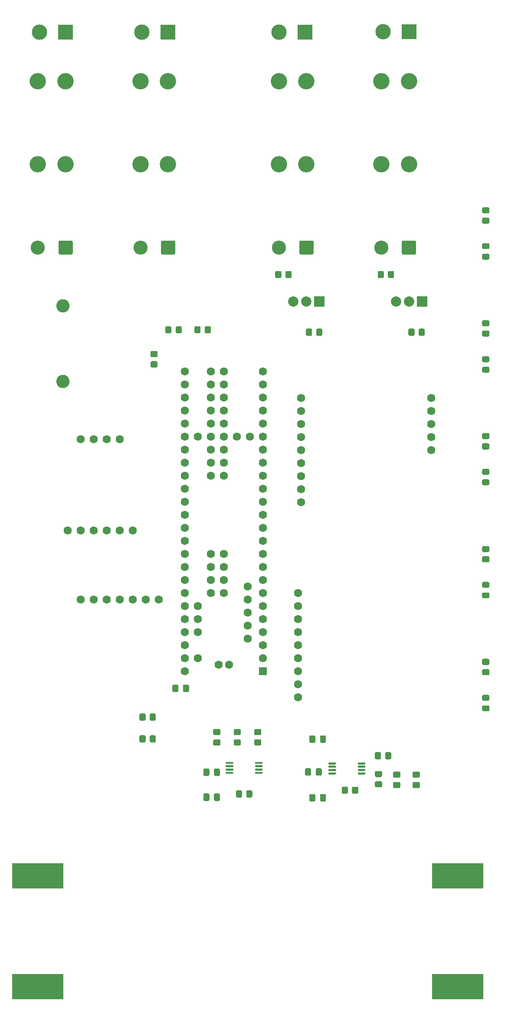
<source format=gbr>
G04 #@! TF.GenerationSoftware,KiCad,Pcbnew,(5.1.7)-1*
G04 #@! TF.CreationDate,2022-01-29T11:48:53-05:00*
G04 #@! TF.ProjectId,REV2_SPRING_2022,52455632-5f53-4505-9249-4e475f323032,rev?*
G04 #@! TF.SameCoordinates,Original*
G04 #@! TF.FileFunction,Soldermask,Top*
G04 #@! TF.FilePolarity,Negative*
%FSLAX46Y46*%
G04 Gerber Fmt 4.6, Leading zero omitted, Abs format (unit mm)*
G04 Created by KiCad (PCBNEW (5.1.7)-1) date 2022-01-29 11:48:53*
%MOMM*%
%LPD*%
G01*
G04 APERTURE LIST*
%ADD10C,1.600000*%
%ADD11R,10.000000X5.000000*%
%ADD12R,1.600000X1.600000*%
%ADD13R,3.000000X3.000000*%
%ADD14C,3.000000*%
%ADD15R,2.000000X2.000000*%
%ADD16C,2.000000*%
%ADD17C,2.750000*%
%ADD18C,3.200000*%
%ADD19C,2.600000*%
G04 APERTURE END LIST*
D10*
X124395000Y-153910000D03*
X124395000Y-151370000D03*
X124395000Y-148830000D03*
X124395000Y-146290000D03*
X124395000Y-143750000D03*
X124395000Y-141210000D03*
X124395000Y-138670000D03*
X124395000Y-136130000D03*
X124395000Y-133590000D03*
G36*
G01*
X101662000Y-81819999D02*
X101662000Y-82720001D01*
G75*
G02*
X101412001Y-82970000I-249999J0D01*
G01*
X100761999Y-82970000D01*
G75*
G02*
X100512000Y-82720001I0J249999D01*
G01*
X100512000Y-81819999D01*
G75*
G02*
X100761999Y-81570000I249999J0D01*
G01*
X101412001Y-81570000D01*
G75*
G02*
X101662000Y-81819999I0J-249999D01*
G01*
G37*
G36*
G01*
X99612000Y-81819999D02*
X99612000Y-82720001D01*
G75*
G02*
X99362001Y-82970000I-249999J0D01*
G01*
X98711999Y-82970000D01*
G75*
G02*
X98462000Y-82720001I0J249999D01*
G01*
X98462000Y-81819999D01*
G75*
G02*
X98711999Y-81570000I249999J0D01*
G01*
X99362001Y-81570000D01*
G75*
G02*
X99612000Y-81819999I0J-249999D01*
G01*
G37*
X124935000Y-95590000D03*
X124935000Y-98130000D03*
X124935000Y-100670000D03*
X124935000Y-103210000D03*
X124935000Y-105750000D03*
X124935000Y-108290000D03*
X124935000Y-110830000D03*
X124935000Y-113370000D03*
X124935000Y-115910000D03*
X150335000Y-105750000D03*
X150335000Y-103210000D03*
X150335000Y-100670000D03*
X150335000Y-98130000D03*
X150335000Y-95590000D03*
D11*
X73555000Y-210310000D03*
X155555000Y-210310000D03*
X73555000Y-188720000D03*
X155555000Y-188720000D03*
D10*
X97185000Y-134879000D03*
X94645000Y-134879000D03*
X92105000Y-134879000D03*
X89565000Y-134879000D03*
X87025000Y-134879000D03*
X84485000Y-134879000D03*
X81945000Y-134879000D03*
X79405000Y-121417000D03*
X81945000Y-121417000D03*
X84485000Y-121417000D03*
X87025000Y-121417000D03*
X89565000Y-121417000D03*
X92105000Y-121417000D03*
X81945000Y-103637000D03*
X84485000Y-103637000D03*
X87025000Y-103637000D03*
X89565000Y-103637000D03*
X117505000Y-108209000D03*
X117505000Y-105669000D03*
X117505000Y-103129000D03*
X117505000Y-100589000D03*
X117505000Y-110749000D03*
X117505000Y-113289000D03*
X117505000Y-115829000D03*
X117505000Y-98049000D03*
X117505000Y-95509000D03*
X117505000Y-92969000D03*
X117505000Y-90429000D03*
X114965000Y-103129000D03*
X112425000Y-103129000D03*
X109885000Y-103129000D03*
X107345000Y-103129000D03*
X104805000Y-103129000D03*
X102265000Y-90429000D03*
X102265000Y-92969000D03*
X102265000Y-95509000D03*
X102265000Y-98049000D03*
X102265000Y-100589000D03*
X102265000Y-103129000D03*
X102265000Y-105669000D03*
X102265000Y-108209000D03*
X117505000Y-118369000D03*
X117505000Y-120909000D03*
X117505000Y-123449000D03*
X117505000Y-125989000D03*
X117505000Y-128529000D03*
X117505000Y-131069000D03*
X117505000Y-133609000D03*
X117505000Y-136149000D03*
X117505000Y-138689000D03*
X117505000Y-141229000D03*
X117505000Y-143769000D03*
X117505000Y-146309000D03*
D12*
X117505000Y-148849000D03*
D10*
X102265000Y-110749000D03*
X102265000Y-113289000D03*
X102265000Y-115829000D03*
X102265000Y-118369000D03*
X102265000Y-120909000D03*
X102265000Y-123449000D03*
X102265000Y-125989000D03*
X102265000Y-128529000D03*
X102265000Y-131069000D03*
X102265000Y-133609000D03*
X102265000Y-136149000D03*
X102265000Y-138689000D03*
X102265000Y-141229000D03*
X102265000Y-143769000D03*
X102265000Y-146309000D03*
X102265000Y-148849000D03*
X104805000Y-146309000D03*
X104805000Y-141229000D03*
X104805000Y-138689000D03*
X104805000Y-136149000D03*
X114505000Y-142499000D03*
X114505000Y-139959000D03*
X114505000Y-137419000D03*
X114505000Y-134879000D03*
X114505000Y-132339000D03*
X107345000Y-100589000D03*
X107345000Y-98049000D03*
X107345000Y-95509000D03*
X107345000Y-92969000D03*
X109885000Y-92969000D03*
X109885000Y-95509000D03*
X109885000Y-98049000D03*
X109885000Y-100589000D03*
X107345000Y-90429000D03*
X109885000Y-90429000D03*
X107345000Y-105669000D03*
X109885000Y-105669000D03*
X107345000Y-108209000D03*
X109885000Y-108209000D03*
X107345000Y-110749000D03*
X109885000Y-110749000D03*
X109885000Y-131069000D03*
X109885000Y-133609000D03*
X109885000Y-128529000D03*
X109885000Y-125989000D03*
X107345000Y-125989000D03*
X107345000Y-128529000D03*
X107345000Y-131069000D03*
X107345000Y-133609000D03*
X110895000Y-147579000D03*
X108875000Y-147579000D03*
G36*
G01*
X109120000Y-172888000D02*
X109120000Y-173838000D01*
G75*
G02*
X108870000Y-174088000I-250000J0D01*
G01*
X108195000Y-174088000D01*
G75*
G02*
X107945000Y-173838000I0J250000D01*
G01*
X107945000Y-172888000D01*
G75*
G02*
X108195000Y-172638000I250000J0D01*
G01*
X108870000Y-172638000D01*
G75*
G02*
X109120000Y-172888000I0J-250000D01*
G01*
G37*
G36*
G01*
X107045000Y-172888000D02*
X107045000Y-173838000D01*
G75*
G02*
X106795000Y-174088000I-250000J0D01*
G01*
X106120000Y-174088000D01*
G75*
G02*
X105870000Y-173838000I0J250000D01*
G01*
X105870000Y-172888000D01*
G75*
G02*
X106120000Y-172638000I250000J0D01*
G01*
X106795000Y-172638000D01*
G75*
G02*
X107045000Y-172888000I0J-250000D01*
G01*
G37*
G36*
G01*
X108986000Y-161229000D02*
X108036000Y-161229000D01*
G75*
G02*
X107786000Y-160979000I0J250000D01*
G01*
X107786000Y-160304000D01*
G75*
G02*
X108036000Y-160054000I250000J0D01*
G01*
X108986000Y-160054000D01*
G75*
G02*
X109236000Y-160304000I0J-250000D01*
G01*
X109236000Y-160979000D01*
G75*
G02*
X108986000Y-161229000I-250000J0D01*
G01*
G37*
G36*
G01*
X108986000Y-163304000D02*
X108036000Y-163304000D01*
G75*
G02*
X107786000Y-163054000I0J250000D01*
G01*
X107786000Y-162379000D01*
G75*
G02*
X108036000Y-162129000I250000J0D01*
G01*
X108986000Y-162129000D01*
G75*
G02*
X109236000Y-162379000I0J-250000D01*
G01*
X109236000Y-163054000D01*
G75*
G02*
X108986000Y-163304000I-250000J0D01*
G01*
G37*
G36*
G01*
X109125000Y-168025000D02*
X109125000Y-168975000D01*
G75*
G02*
X108875000Y-169225000I-250000J0D01*
G01*
X108200000Y-169225000D01*
G75*
G02*
X107950000Y-168975000I0J250000D01*
G01*
X107950000Y-168025000D01*
G75*
G02*
X108200000Y-167775000I250000J0D01*
G01*
X108875000Y-167775000D01*
G75*
G02*
X109125000Y-168025000I0J-250000D01*
G01*
G37*
G36*
G01*
X107050000Y-168025000D02*
X107050000Y-168975000D01*
G75*
G02*
X106800000Y-169225000I-250000J0D01*
G01*
X106125000Y-169225000D01*
G75*
G02*
X105875000Y-168975000I0J250000D01*
G01*
X105875000Y-168025000D01*
G75*
G02*
X106125000Y-167775000I250000J0D01*
G01*
X106800000Y-167775000D01*
G75*
G02*
X107050000Y-168025000I0J-250000D01*
G01*
G37*
G36*
G01*
X129812500Y-172991500D02*
X129812500Y-173941500D01*
G75*
G02*
X129562500Y-174191500I-250000J0D01*
G01*
X128887500Y-174191500D01*
G75*
G02*
X128637500Y-173941500I0J250000D01*
G01*
X128637500Y-172991500D01*
G75*
G02*
X128887500Y-172741500I250000J0D01*
G01*
X129562500Y-172741500D01*
G75*
G02*
X129812500Y-172991500I0J-250000D01*
G01*
G37*
G36*
G01*
X127737500Y-172991500D02*
X127737500Y-173941500D01*
G75*
G02*
X127487500Y-174191500I-250000J0D01*
G01*
X126812500Y-174191500D01*
G75*
G02*
X126562500Y-173941500I0J250000D01*
G01*
X126562500Y-172991500D01*
G75*
G02*
X126812500Y-172741500I250000J0D01*
G01*
X127487500Y-172741500D01*
G75*
G02*
X127737500Y-172991500I0J-250000D01*
G01*
G37*
G36*
G01*
X127737500Y-161561500D02*
X127737500Y-162511500D01*
G75*
G02*
X127487500Y-162761500I-250000J0D01*
G01*
X126812500Y-162761500D01*
G75*
G02*
X126562500Y-162511500I0J250000D01*
G01*
X126562500Y-161561500D01*
G75*
G02*
X126812500Y-161311500I250000J0D01*
G01*
X127487500Y-161311500D01*
G75*
G02*
X127737500Y-161561500I0J-250000D01*
G01*
G37*
G36*
G01*
X129812500Y-161561500D02*
X129812500Y-162511500D01*
G75*
G02*
X129562500Y-162761500I-250000J0D01*
G01*
X128887500Y-162761500D01*
G75*
G02*
X128637500Y-162511500I0J250000D01*
G01*
X128637500Y-161561500D01*
G75*
G02*
X128887500Y-161311500I250000J0D01*
G01*
X129562500Y-161311500D01*
G75*
G02*
X129812500Y-161561500I0J-250000D01*
G01*
G37*
G36*
G01*
X126912000Y-167975000D02*
X126912000Y-168925000D01*
G75*
G02*
X126662000Y-169175000I-250000J0D01*
G01*
X125987000Y-169175000D01*
G75*
G02*
X125737000Y-168925000I0J250000D01*
G01*
X125737000Y-167975000D01*
G75*
G02*
X125987000Y-167725000I250000J0D01*
G01*
X126662000Y-167725000D01*
G75*
G02*
X126912000Y-167975000I0J-250000D01*
G01*
G37*
G36*
G01*
X128987000Y-167975000D02*
X128987000Y-168925000D01*
G75*
G02*
X128737000Y-169175000I-250000J0D01*
G01*
X128062000Y-169175000D01*
G75*
G02*
X127812000Y-168925000I0J250000D01*
G01*
X127812000Y-167975000D01*
G75*
G02*
X128062000Y-167725000I250000J0D01*
G01*
X128737000Y-167725000D01*
G75*
G02*
X128987000Y-167975000I0J-250000D01*
G01*
G37*
D13*
X146000000Y-24200000D03*
D14*
X140920000Y-24200000D03*
D15*
X148540000Y-76750000D03*
D16*
X146000000Y-76750000D03*
X143460000Y-76750000D03*
G36*
G01*
X140512001Y-171447000D02*
X139611999Y-171447000D01*
G75*
G02*
X139362000Y-171197001I0J249999D01*
G01*
X139362000Y-170496999D01*
G75*
G02*
X139611999Y-170247000I249999J0D01*
G01*
X140512001Y-170247000D01*
G75*
G02*
X140762000Y-170496999I0J-249999D01*
G01*
X140762000Y-171197001D01*
G75*
G02*
X140512001Y-171447000I-249999J0D01*
G01*
G37*
G36*
G01*
X140512001Y-169447000D02*
X139611999Y-169447000D01*
G75*
G02*
X139362000Y-169197001I0J249999D01*
G01*
X139362000Y-168496999D01*
G75*
G02*
X139611999Y-168247000I249999J0D01*
G01*
X140512001Y-168247000D01*
G75*
G02*
X140762000Y-168496999I0J-249999D01*
G01*
X140762000Y-169197001D01*
G75*
G02*
X140512001Y-169447000I-249999J0D01*
G01*
G37*
G36*
G01*
X143167999Y-170374000D02*
X144068001Y-170374000D01*
G75*
G02*
X144318000Y-170623999I0J-249999D01*
G01*
X144318000Y-171324001D01*
G75*
G02*
X144068001Y-171574000I-249999J0D01*
G01*
X143167999Y-171574000D01*
G75*
G02*
X142918000Y-171324001I0J249999D01*
G01*
X142918000Y-170623999D01*
G75*
G02*
X143167999Y-170374000I249999J0D01*
G01*
G37*
G36*
G01*
X143167999Y-168374000D02*
X144068001Y-168374000D01*
G75*
G02*
X144318000Y-168623999I0J-249999D01*
G01*
X144318000Y-169324001D01*
G75*
G02*
X144068001Y-169574000I-249999J0D01*
G01*
X143167999Y-169574000D01*
G75*
G02*
X142918000Y-169324001I0J249999D01*
G01*
X142918000Y-168623999D01*
G75*
G02*
X143167999Y-168374000I249999J0D01*
G01*
G37*
G36*
G01*
X147100000Y-82299999D02*
X147100000Y-83200001D01*
G75*
G02*
X146850001Y-83450000I-249999J0D01*
G01*
X146149999Y-83450000D01*
G75*
G02*
X145900000Y-83200001I0J249999D01*
G01*
X145900000Y-82299999D01*
G75*
G02*
X146149999Y-82050000I249999J0D01*
G01*
X146850001Y-82050000D01*
G75*
G02*
X147100000Y-82299999I0J-249999D01*
G01*
G37*
G36*
G01*
X149100000Y-82299999D02*
X149100000Y-83200001D01*
G75*
G02*
X148850001Y-83450000I-249999J0D01*
G01*
X148149999Y-83450000D01*
G75*
G02*
X147900000Y-83200001I0J249999D01*
G01*
X147900000Y-82299999D01*
G75*
G02*
X148149999Y-82050000I249999J0D01*
G01*
X148850001Y-82050000D01*
G75*
G02*
X149100000Y-82299999I0J-249999D01*
G01*
G37*
G36*
G01*
X116049999Y-162079000D02*
X116950001Y-162079000D01*
G75*
G02*
X117200000Y-162328999I0J-249999D01*
G01*
X117200000Y-163029001D01*
G75*
G02*
X116950001Y-163279000I-249999J0D01*
G01*
X116049999Y-163279000D01*
G75*
G02*
X115800000Y-163029001I0J249999D01*
G01*
X115800000Y-162328999D01*
G75*
G02*
X116049999Y-162079000I249999J0D01*
G01*
G37*
G36*
G01*
X116049999Y-160079000D02*
X116950001Y-160079000D01*
G75*
G02*
X117200000Y-160328999I0J-249999D01*
G01*
X117200000Y-161029001D01*
G75*
G02*
X116950001Y-161279000I-249999J0D01*
G01*
X116049999Y-161279000D01*
G75*
G02*
X115800000Y-161029001I0J249999D01*
G01*
X115800000Y-160328999D01*
G75*
G02*
X116049999Y-160079000I249999J0D01*
G01*
G37*
G36*
G01*
X112245000Y-173178001D02*
X112245000Y-172277999D01*
G75*
G02*
X112494999Y-172028000I249999J0D01*
G01*
X113195001Y-172028000D01*
G75*
G02*
X113445000Y-172277999I0J-249999D01*
G01*
X113445000Y-173178001D01*
G75*
G02*
X113195001Y-173428000I-249999J0D01*
G01*
X112494999Y-173428000D01*
G75*
G02*
X112245000Y-173178001I0J249999D01*
G01*
G37*
G36*
G01*
X114245000Y-173178001D02*
X114245000Y-172277999D01*
G75*
G02*
X114494999Y-172028000I249999J0D01*
G01*
X115195001Y-172028000D01*
G75*
G02*
X115445000Y-172277999I0J-249999D01*
G01*
X115445000Y-173178001D01*
G75*
G02*
X115195001Y-173428000I-249999J0D01*
G01*
X114494999Y-173428000D01*
G75*
G02*
X114245000Y-173178001I0J249999D01*
G01*
G37*
G36*
G01*
X142551000Y-164824999D02*
X142551000Y-165725001D01*
G75*
G02*
X142301001Y-165975000I-249999J0D01*
G01*
X141600999Y-165975000D01*
G75*
G02*
X141351000Y-165725001I0J249999D01*
G01*
X141351000Y-164824999D01*
G75*
G02*
X141600999Y-164575000I249999J0D01*
G01*
X142301001Y-164575000D01*
G75*
G02*
X142551000Y-164824999I0J-249999D01*
G01*
G37*
G36*
G01*
X140551000Y-164824999D02*
X140551000Y-165725001D01*
G75*
G02*
X140301001Y-165975000I-249999J0D01*
G01*
X139600999Y-165975000D01*
G75*
G02*
X139351000Y-165725001I0J249999D01*
G01*
X139351000Y-164824999D01*
G75*
G02*
X139600999Y-164575000I249999J0D01*
G01*
X140301001Y-164575000D01*
G75*
G02*
X140551000Y-164824999I0J-249999D01*
G01*
G37*
G36*
G01*
X132900000Y-172450001D02*
X132900000Y-171549999D01*
G75*
G02*
X133149999Y-171300000I249999J0D01*
G01*
X133850001Y-171300000D01*
G75*
G02*
X134100000Y-171549999I0J-249999D01*
G01*
X134100000Y-172450001D01*
G75*
G02*
X133850001Y-172700000I-249999J0D01*
G01*
X133149999Y-172700000D01*
G75*
G02*
X132900000Y-172450001I0J249999D01*
G01*
G37*
G36*
G01*
X134900000Y-172450001D02*
X134900000Y-171549999D01*
G75*
G02*
X135149999Y-171300000I249999J0D01*
G01*
X135850001Y-171300000D01*
G75*
G02*
X136100000Y-171549999I0J-249999D01*
G01*
X136100000Y-172450001D01*
G75*
G02*
X135850001Y-172700000I-249999J0D01*
G01*
X135149999Y-172700000D01*
G75*
G02*
X134900000Y-172450001I0J249999D01*
G01*
G37*
G36*
G01*
X160549999Y-133450000D02*
X161450001Y-133450000D01*
G75*
G02*
X161700000Y-133699999I0J-249999D01*
G01*
X161700000Y-134350001D01*
G75*
G02*
X161450001Y-134600000I-249999J0D01*
G01*
X160549999Y-134600000D01*
G75*
G02*
X160300000Y-134350001I0J249999D01*
G01*
X160300000Y-133699999D01*
G75*
G02*
X160549999Y-133450000I249999J0D01*
G01*
G37*
G36*
G01*
X160549999Y-131400000D02*
X161450001Y-131400000D01*
G75*
G02*
X161700000Y-131649999I0J-249999D01*
G01*
X161700000Y-132300001D01*
G75*
G02*
X161450001Y-132550000I-249999J0D01*
G01*
X160549999Y-132550000D01*
G75*
G02*
X160300000Y-132300001I0J249999D01*
G01*
X160300000Y-131649999D01*
G75*
G02*
X160549999Y-131400000I249999J0D01*
G01*
G37*
G36*
G01*
X160549999Y-109375000D02*
X161450001Y-109375000D01*
G75*
G02*
X161700000Y-109624999I0J-249999D01*
G01*
X161700000Y-110275001D01*
G75*
G02*
X161450001Y-110525000I-249999J0D01*
G01*
X160549999Y-110525000D01*
G75*
G02*
X160300000Y-110275001I0J249999D01*
G01*
X160300000Y-109624999D01*
G75*
G02*
X160549999Y-109375000I249999J0D01*
G01*
G37*
G36*
G01*
X160549999Y-111425000D02*
X161450001Y-111425000D01*
G75*
G02*
X161700000Y-111674999I0J-249999D01*
G01*
X161700000Y-112325001D01*
G75*
G02*
X161450001Y-112575000I-249999J0D01*
G01*
X160549999Y-112575000D01*
G75*
G02*
X160300000Y-112325001I0J249999D01*
G01*
X160300000Y-111674999D01*
G75*
G02*
X160549999Y-111425000I249999J0D01*
G01*
G37*
G36*
G01*
X160549999Y-87425000D02*
X161450001Y-87425000D01*
G75*
G02*
X161700000Y-87674999I0J-249999D01*
G01*
X161700000Y-88325001D01*
G75*
G02*
X161450001Y-88575000I-249999J0D01*
G01*
X160549999Y-88575000D01*
G75*
G02*
X160300000Y-88325001I0J249999D01*
G01*
X160300000Y-87674999D01*
G75*
G02*
X160549999Y-87425000I249999J0D01*
G01*
G37*
G36*
G01*
X160549999Y-89475000D02*
X161450001Y-89475000D01*
G75*
G02*
X161700000Y-89724999I0J-249999D01*
G01*
X161700000Y-90375001D01*
G75*
G02*
X161450001Y-90625000I-249999J0D01*
G01*
X160549999Y-90625000D01*
G75*
G02*
X160300000Y-90375001I0J249999D01*
G01*
X160300000Y-89724999D01*
G75*
G02*
X160549999Y-89475000I249999J0D01*
G01*
G37*
G36*
G01*
X160549999Y-67450000D02*
X161450001Y-67450000D01*
G75*
G02*
X161700000Y-67699999I0J-249999D01*
G01*
X161700000Y-68350001D01*
G75*
G02*
X161450001Y-68600000I-249999J0D01*
G01*
X160549999Y-68600000D01*
G75*
G02*
X160300000Y-68350001I0J249999D01*
G01*
X160300000Y-67699999D01*
G75*
G02*
X160549999Y-67450000I249999J0D01*
G01*
G37*
G36*
G01*
X160549999Y-65400000D02*
X161450001Y-65400000D01*
G75*
G02*
X161700000Y-65649999I0J-249999D01*
G01*
X161700000Y-66300001D01*
G75*
G02*
X161450001Y-66550000I-249999J0D01*
G01*
X160549999Y-66550000D01*
G75*
G02*
X160300000Y-66300001I0J249999D01*
G01*
X160300000Y-65649999D01*
G75*
G02*
X160549999Y-65400000I249999J0D01*
G01*
G37*
G36*
G01*
X161450001Y-127600000D02*
X160549999Y-127600000D01*
G75*
G02*
X160300000Y-127350001I0J249999D01*
G01*
X160300000Y-126649999D01*
G75*
G02*
X160549999Y-126400000I249999J0D01*
G01*
X161450001Y-126400000D01*
G75*
G02*
X161700000Y-126649999I0J-249999D01*
G01*
X161700000Y-127350001D01*
G75*
G02*
X161450001Y-127600000I-249999J0D01*
G01*
G37*
G36*
G01*
X161450001Y-125600000D02*
X160549999Y-125600000D01*
G75*
G02*
X160300000Y-125350001I0J249999D01*
G01*
X160300000Y-124649999D01*
G75*
G02*
X160549999Y-124400000I249999J0D01*
G01*
X161450001Y-124400000D01*
G75*
G02*
X161700000Y-124649999I0J-249999D01*
G01*
X161700000Y-125350001D01*
G75*
G02*
X161450001Y-125600000I-249999J0D01*
G01*
G37*
G36*
G01*
X161450001Y-103600000D02*
X160549999Y-103600000D01*
G75*
G02*
X160300000Y-103350001I0J249999D01*
G01*
X160300000Y-102649999D01*
G75*
G02*
X160549999Y-102400000I249999J0D01*
G01*
X161450001Y-102400000D01*
G75*
G02*
X161700000Y-102649999I0J-249999D01*
G01*
X161700000Y-103350001D01*
G75*
G02*
X161450001Y-103600000I-249999J0D01*
G01*
G37*
G36*
G01*
X161450001Y-105600000D02*
X160549999Y-105600000D01*
G75*
G02*
X160300000Y-105350001I0J249999D01*
G01*
X160300000Y-104649999D01*
G75*
G02*
X160549999Y-104400000I249999J0D01*
G01*
X161450001Y-104400000D01*
G75*
G02*
X161700000Y-104649999I0J-249999D01*
G01*
X161700000Y-105350001D01*
G75*
G02*
X161450001Y-105600000I-249999J0D01*
G01*
G37*
G36*
G01*
X161450001Y-83600000D02*
X160549999Y-83600000D01*
G75*
G02*
X160300000Y-83350001I0J249999D01*
G01*
X160300000Y-82649999D01*
G75*
G02*
X160549999Y-82400000I249999J0D01*
G01*
X161450001Y-82400000D01*
G75*
G02*
X161700000Y-82649999I0J-249999D01*
G01*
X161700000Y-83350001D01*
G75*
G02*
X161450001Y-83600000I-249999J0D01*
G01*
G37*
G36*
G01*
X161450001Y-81600000D02*
X160549999Y-81600000D01*
G75*
G02*
X160300000Y-81350001I0J249999D01*
G01*
X160300000Y-80649999D01*
G75*
G02*
X160549999Y-80400000I249999J0D01*
G01*
X161450001Y-80400000D01*
G75*
G02*
X161700000Y-80649999I0J-249999D01*
G01*
X161700000Y-81350001D01*
G75*
G02*
X161450001Y-81600000I-249999J0D01*
G01*
G37*
G36*
G01*
X161450001Y-61600000D02*
X160549999Y-61600000D01*
G75*
G02*
X160300000Y-61350001I0J249999D01*
G01*
X160300000Y-60649999D01*
G75*
G02*
X160549999Y-60400000I249999J0D01*
G01*
X161450001Y-60400000D01*
G75*
G02*
X161700000Y-60649999I0J-249999D01*
G01*
X161700000Y-61350001D01*
G75*
G02*
X161450001Y-61600000I-249999J0D01*
G01*
G37*
G36*
G01*
X161450001Y-59600000D02*
X160549999Y-59600000D01*
G75*
G02*
X160300000Y-59350001I0J249999D01*
G01*
X160300000Y-58649999D01*
G75*
G02*
X160549999Y-58400000I249999J0D01*
G01*
X161450001Y-58400000D01*
G75*
G02*
X161700000Y-58649999I0J-249999D01*
G01*
X161700000Y-59350001D01*
G75*
G02*
X161450001Y-59600000I-249999J0D01*
G01*
G37*
G36*
G01*
X106150000Y-82700001D02*
X106150000Y-81799999D01*
G75*
G02*
X106399999Y-81550000I249999J0D01*
G01*
X107100001Y-81550000D01*
G75*
G02*
X107350000Y-81799999I0J-249999D01*
G01*
X107350000Y-82700001D01*
G75*
G02*
X107100001Y-82950000I-249999J0D01*
G01*
X106399999Y-82950000D01*
G75*
G02*
X106150000Y-82700001I0J249999D01*
G01*
G37*
G36*
G01*
X104150000Y-82700001D02*
X104150000Y-81799999D01*
G75*
G02*
X104399999Y-81550000I249999J0D01*
G01*
X105100001Y-81550000D01*
G75*
G02*
X105350000Y-81799999I0J-249999D01*
G01*
X105350000Y-82700001D01*
G75*
G02*
X105100001Y-82950000I-249999J0D01*
G01*
X104399999Y-82950000D01*
G75*
G02*
X104150000Y-82700001I0J249999D01*
G01*
G37*
G36*
G01*
X103087500Y-151676000D02*
X103087500Y-152626000D01*
G75*
G02*
X102837500Y-152876000I-250000J0D01*
G01*
X102162500Y-152876000D01*
G75*
G02*
X101912500Y-152626000I0J250000D01*
G01*
X101912500Y-151676000D01*
G75*
G02*
X102162500Y-151426000I250000J0D01*
G01*
X102837500Y-151426000D01*
G75*
G02*
X103087500Y-151676000I0J-250000D01*
G01*
G37*
G36*
G01*
X101012500Y-151676000D02*
X101012500Y-152626000D01*
G75*
G02*
X100762500Y-152876000I-250000J0D01*
G01*
X100087500Y-152876000D01*
G75*
G02*
X99837500Y-152626000I0J250000D01*
G01*
X99837500Y-151676000D01*
G75*
G02*
X100087500Y-151426000I250000J0D01*
G01*
X100762500Y-151426000D01*
G75*
G02*
X101012500Y-151676000I0J-250000D01*
G01*
G37*
D13*
X125750000Y-24250000D03*
D14*
X120670000Y-24250000D03*
D15*
X128500000Y-76750000D03*
D16*
X125960000Y-76750000D03*
X123420000Y-76750000D03*
G36*
G01*
X129100000Y-82299999D02*
X129100000Y-83200001D01*
G75*
G02*
X128850001Y-83450000I-249999J0D01*
G01*
X128149999Y-83450000D01*
G75*
G02*
X127900000Y-83200001I0J249999D01*
G01*
X127900000Y-82299999D01*
G75*
G02*
X128149999Y-82050000I249999J0D01*
G01*
X128850001Y-82050000D01*
G75*
G02*
X129100000Y-82299999I0J-249999D01*
G01*
G37*
G36*
G01*
X127100000Y-82299999D02*
X127100000Y-83200001D01*
G75*
G02*
X126850001Y-83450000I-249999J0D01*
G01*
X126149999Y-83450000D01*
G75*
G02*
X125900000Y-83200001I0J249999D01*
G01*
X125900000Y-82299999D01*
G75*
G02*
X126149999Y-82050000I249999J0D01*
G01*
X126850001Y-82050000D01*
G75*
G02*
X127100000Y-82299999I0J-249999D01*
G01*
G37*
G36*
G01*
X117445000Y-168523000D02*
X117445000Y-168723000D01*
G75*
G02*
X117345000Y-168823000I-100000J0D01*
G01*
X116070000Y-168823000D01*
G75*
G02*
X115970000Y-168723000I0J100000D01*
G01*
X115970000Y-168523000D01*
G75*
G02*
X116070000Y-168423000I100000J0D01*
G01*
X117345000Y-168423000D01*
G75*
G02*
X117445000Y-168523000I0J-100000D01*
G01*
G37*
G36*
G01*
X117445000Y-167873000D02*
X117445000Y-168073000D01*
G75*
G02*
X117345000Y-168173000I-100000J0D01*
G01*
X116070000Y-168173000D01*
G75*
G02*
X115970000Y-168073000I0J100000D01*
G01*
X115970000Y-167873000D01*
G75*
G02*
X116070000Y-167773000I100000J0D01*
G01*
X117345000Y-167773000D01*
G75*
G02*
X117445000Y-167873000I0J-100000D01*
G01*
G37*
G36*
G01*
X117445000Y-167223000D02*
X117445000Y-167423000D01*
G75*
G02*
X117345000Y-167523000I-100000J0D01*
G01*
X116070000Y-167523000D01*
G75*
G02*
X115970000Y-167423000I0J100000D01*
G01*
X115970000Y-167223000D01*
G75*
G02*
X116070000Y-167123000I100000J0D01*
G01*
X117345000Y-167123000D01*
G75*
G02*
X117445000Y-167223000I0J-100000D01*
G01*
G37*
G36*
G01*
X117445000Y-166573000D02*
X117445000Y-166773000D01*
G75*
G02*
X117345000Y-166873000I-100000J0D01*
G01*
X116070000Y-166873000D01*
G75*
G02*
X115970000Y-166773000I0J100000D01*
G01*
X115970000Y-166573000D01*
G75*
G02*
X116070000Y-166473000I100000J0D01*
G01*
X117345000Y-166473000D01*
G75*
G02*
X117445000Y-166573000I0J-100000D01*
G01*
G37*
G36*
G01*
X111720000Y-166573000D02*
X111720000Y-166773000D01*
G75*
G02*
X111620000Y-166873000I-100000J0D01*
G01*
X110345000Y-166873000D01*
G75*
G02*
X110245000Y-166773000I0J100000D01*
G01*
X110245000Y-166573000D01*
G75*
G02*
X110345000Y-166473000I100000J0D01*
G01*
X111620000Y-166473000D01*
G75*
G02*
X111720000Y-166573000I0J-100000D01*
G01*
G37*
G36*
G01*
X111720000Y-167223000D02*
X111720000Y-167423000D01*
G75*
G02*
X111620000Y-167523000I-100000J0D01*
G01*
X110345000Y-167523000D01*
G75*
G02*
X110245000Y-167423000I0J100000D01*
G01*
X110245000Y-167223000D01*
G75*
G02*
X110345000Y-167123000I100000J0D01*
G01*
X111620000Y-167123000D01*
G75*
G02*
X111720000Y-167223000I0J-100000D01*
G01*
G37*
G36*
G01*
X111720000Y-167873000D02*
X111720000Y-168073000D01*
G75*
G02*
X111620000Y-168173000I-100000J0D01*
G01*
X110345000Y-168173000D01*
G75*
G02*
X110245000Y-168073000I0J100000D01*
G01*
X110245000Y-167873000D01*
G75*
G02*
X110345000Y-167773000I100000J0D01*
G01*
X111620000Y-167773000D01*
G75*
G02*
X111720000Y-167873000I0J-100000D01*
G01*
G37*
G36*
G01*
X111720000Y-168523000D02*
X111720000Y-168723000D01*
G75*
G02*
X111620000Y-168823000I-100000J0D01*
G01*
X110345000Y-168823000D01*
G75*
G02*
X110245000Y-168723000I0J100000D01*
G01*
X110245000Y-168523000D01*
G75*
G02*
X110345000Y-168423000I100000J0D01*
G01*
X111620000Y-168423000D01*
G75*
G02*
X111720000Y-168523000I0J-100000D01*
G01*
G37*
G36*
G01*
X131777500Y-168626500D02*
X131777500Y-168826500D01*
G75*
G02*
X131677500Y-168926500I-100000J0D01*
G01*
X130402500Y-168926500D01*
G75*
G02*
X130302500Y-168826500I0J100000D01*
G01*
X130302500Y-168626500D01*
G75*
G02*
X130402500Y-168526500I100000J0D01*
G01*
X131677500Y-168526500D01*
G75*
G02*
X131777500Y-168626500I0J-100000D01*
G01*
G37*
G36*
G01*
X131777500Y-167976500D02*
X131777500Y-168176500D01*
G75*
G02*
X131677500Y-168276500I-100000J0D01*
G01*
X130402500Y-168276500D01*
G75*
G02*
X130302500Y-168176500I0J100000D01*
G01*
X130302500Y-167976500D01*
G75*
G02*
X130402500Y-167876500I100000J0D01*
G01*
X131677500Y-167876500D01*
G75*
G02*
X131777500Y-167976500I0J-100000D01*
G01*
G37*
G36*
G01*
X131777500Y-167326500D02*
X131777500Y-167526500D01*
G75*
G02*
X131677500Y-167626500I-100000J0D01*
G01*
X130402500Y-167626500D01*
G75*
G02*
X130302500Y-167526500I0J100000D01*
G01*
X130302500Y-167326500D01*
G75*
G02*
X130402500Y-167226500I100000J0D01*
G01*
X131677500Y-167226500D01*
G75*
G02*
X131777500Y-167326500I0J-100000D01*
G01*
G37*
G36*
G01*
X131777500Y-166676500D02*
X131777500Y-166876500D01*
G75*
G02*
X131677500Y-166976500I-100000J0D01*
G01*
X130402500Y-166976500D01*
G75*
G02*
X130302500Y-166876500I0J100000D01*
G01*
X130302500Y-166676500D01*
G75*
G02*
X130402500Y-166576500I100000J0D01*
G01*
X131677500Y-166576500D01*
G75*
G02*
X131777500Y-166676500I0J-100000D01*
G01*
G37*
G36*
G01*
X137502500Y-166676500D02*
X137502500Y-166876500D01*
G75*
G02*
X137402500Y-166976500I-100000J0D01*
G01*
X136127500Y-166976500D01*
G75*
G02*
X136027500Y-166876500I0J100000D01*
G01*
X136027500Y-166676500D01*
G75*
G02*
X136127500Y-166576500I100000J0D01*
G01*
X137402500Y-166576500D01*
G75*
G02*
X137502500Y-166676500I0J-100000D01*
G01*
G37*
G36*
G01*
X137502500Y-167326500D02*
X137502500Y-167526500D01*
G75*
G02*
X137402500Y-167626500I-100000J0D01*
G01*
X136127500Y-167626500D01*
G75*
G02*
X136027500Y-167526500I0J100000D01*
G01*
X136027500Y-167326500D01*
G75*
G02*
X136127500Y-167226500I100000J0D01*
G01*
X137402500Y-167226500D01*
G75*
G02*
X137502500Y-167326500I0J-100000D01*
G01*
G37*
G36*
G01*
X137502500Y-167976500D02*
X137502500Y-168176500D01*
G75*
G02*
X137402500Y-168276500I-100000J0D01*
G01*
X136127500Y-168276500D01*
G75*
G02*
X136027500Y-168176500I0J100000D01*
G01*
X136027500Y-167976500D01*
G75*
G02*
X136127500Y-167876500I100000J0D01*
G01*
X137402500Y-167876500D01*
G75*
G02*
X137502500Y-167976500I0J-100000D01*
G01*
G37*
G36*
G01*
X137502500Y-168626500D02*
X137502500Y-168826500D01*
G75*
G02*
X137402500Y-168926500I-100000J0D01*
G01*
X136127500Y-168926500D01*
G75*
G02*
X136027500Y-168826500I0J100000D01*
G01*
X136027500Y-168626500D01*
G75*
G02*
X136127500Y-168526500I100000J0D01*
G01*
X137402500Y-168526500D01*
G75*
G02*
X137502500Y-168626500I0J-100000D01*
G01*
G37*
G36*
G01*
X112950001Y-161279000D02*
X112049999Y-161279000D01*
G75*
G02*
X111800000Y-161029001I0J249999D01*
G01*
X111800000Y-160328999D01*
G75*
G02*
X112049999Y-160079000I249999J0D01*
G01*
X112950001Y-160079000D01*
G75*
G02*
X113200000Y-160328999I0J-249999D01*
G01*
X113200000Y-161029001D01*
G75*
G02*
X112950001Y-161279000I-249999J0D01*
G01*
G37*
G36*
G01*
X112950001Y-163279000D02*
X112049999Y-163279000D01*
G75*
G02*
X111800000Y-163029001I0J249999D01*
G01*
X111800000Y-162328999D01*
G75*
G02*
X112049999Y-162079000I249999J0D01*
G01*
X112950001Y-162079000D01*
G75*
G02*
X113200000Y-162328999I0J-249999D01*
G01*
X113200000Y-163029001D01*
G75*
G02*
X112950001Y-163279000I-249999J0D01*
G01*
G37*
G36*
G01*
X147878001Y-171574000D02*
X146977999Y-171574000D01*
G75*
G02*
X146728000Y-171324001I0J249999D01*
G01*
X146728000Y-170623999D01*
G75*
G02*
X146977999Y-170374000I249999J0D01*
G01*
X147878001Y-170374000D01*
G75*
G02*
X148128000Y-170623999I0J-249999D01*
G01*
X148128000Y-171324001D01*
G75*
G02*
X147878001Y-171574000I-249999J0D01*
G01*
G37*
G36*
G01*
X147878001Y-169574000D02*
X146977999Y-169574000D01*
G75*
G02*
X146728000Y-169324001I0J249999D01*
G01*
X146728000Y-168623999D01*
G75*
G02*
X146977999Y-168374000I249999J0D01*
G01*
X147878001Y-168374000D01*
G75*
G02*
X148128000Y-168623999I0J-249999D01*
G01*
X148128000Y-169324001D01*
G75*
G02*
X147878001Y-169574000I-249999J0D01*
G01*
G37*
G36*
G01*
X100375000Y-65124998D02*
X100375000Y-67375002D01*
G75*
G02*
X100125002Y-67625000I-249998J0D01*
G01*
X97874998Y-67625000D01*
G75*
G02*
X97625000Y-67375002I0J249998D01*
G01*
X97625000Y-65124998D01*
G75*
G02*
X97874998Y-64875000I249998J0D01*
G01*
X100125002Y-64875000D01*
G75*
G02*
X100375000Y-65124998I0J-249998D01*
G01*
G37*
D17*
X93600000Y-66250000D03*
D18*
X99000000Y-50050000D03*
X99000000Y-33850000D03*
X93600000Y-50050000D03*
X93600000Y-33850000D03*
D13*
X99000000Y-24300000D03*
D14*
X93920000Y-24300000D03*
D18*
X73600000Y-33850000D03*
X73600000Y-50050000D03*
X79000000Y-33850000D03*
X79000000Y-50050000D03*
D17*
X73600000Y-66250000D03*
G36*
G01*
X80375000Y-65124998D02*
X80375000Y-67375002D01*
G75*
G02*
X80125002Y-67625000I-249998J0D01*
G01*
X77874998Y-67625000D01*
G75*
G02*
X77625000Y-67375002I0J249998D01*
G01*
X77625000Y-65124998D01*
G75*
G02*
X77874998Y-64875000I249998J0D01*
G01*
X80125002Y-64875000D01*
G75*
G02*
X80375000Y-65124998I0J-249998D01*
G01*
G37*
D14*
X73920000Y-24300000D03*
D13*
X79000000Y-24300000D03*
D18*
X140600000Y-33850000D03*
X140600000Y-50050000D03*
X146000000Y-33850000D03*
X146000000Y-50050000D03*
D17*
X140600000Y-66250000D03*
G36*
G01*
X147375000Y-65124998D02*
X147375000Y-67375002D01*
G75*
G02*
X147125002Y-67625000I-249998J0D01*
G01*
X144874998Y-67625000D01*
G75*
G02*
X144625000Y-67375002I0J249998D01*
G01*
X144625000Y-65124998D01*
G75*
G02*
X144874998Y-64875000I249998J0D01*
G01*
X147125002Y-64875000D01*
G75*
G02*
X147375000Y-65124998I0J-249998D01*
G01*
G37*
D18*
X120600000Y-33850000D03*
X120600000Y-50050000D03*
X126000000Y-33850000D03*
X126000000Y-50050000D03*
D17*
X120600000Y-66250000D03*
G36*
G01*
X127375000Y-65124998D02*
X127375000Y-67375002D01*
G75*
G02*
X127125002Y-67625000I-249998J0D01*
G01*
X124874998Y-67625000D01*
G75*
G02*
X124625000Y-67375002I0J249998D01*
G01*
X124625000Y-65124998D01*
G75*
G02*
X124874998Y-64875000I249998J0D01*
G01*
X127125002Y-64875000D01*
G75*
G02*
X127375000Y-65124998I0J-249998D01*
G01*
G37*
G36*
G01*
X96700001Y-87600000D02*
X95799999Y-87600000D01*
G75*
G02*
X95550000Y-87350001I0J249999D01*
G01*
X95550000Y-86649999D01*
G75*
G02*
X95799999Y-86400000I249999J0D01*
G01*
X96700001Y-86400000D01*
G75*
G02*
X96950000Y-86649999I0J-249999D01*
G01*
X96950000Y-87350001D01*
G75*
G02*
X96700001Y-87600000I-249999J0D01*
G01*
G37*
G36*
G01*
X96700001Y-89600000D02*
X95799999Y-89600000D01*
G75*
G02*
X95550000Y-89350001I0J249999D01*
G01*
X95550000Y-88649999D01*
G75*
G02*
X95799999Y-88400000I249999J0D01*
G01*
X96700001Y-88400000D01*
G75*
G02*
X96950000Y-88649999I0J-249999D01*
G01*
X96950000Y-89350001D01*
G75*
G02*
X96700001Y-89600000I-249999J0D01*
G01*
G37*
G36*
G01*
X141900000Y-71950001D02*
X141900000Y-71049999D01*
G75*
G02*
X142149999Y-70800000I249999J0D01*
G01*
X142850001Y-70800000D01*
G75*
G02*
X143100000Y-71049999I0J-249999D01*
G01*
X143100000Y-71950001D01*
G75*
G02*
X142850001Y-72200000I-249999J0D01*
G01*
X142149999Y-72200000D01*
G75*
G02*
X141900000Y-71950001I0J249999D01*
G01*
G37*
G36*
G01*
X139900000Y-71950001D02*
X139900000Y-71049999D01*
G75*
G02*
X140149999Y-70800000I249999J0D01*
G01*
X140850001Y-70800000D01*
G75*
G02*
X141100000Y-71049999I0J-249999D01*
G01*
X141100000Y-71950001D01*
G75*
G02*
X140850001Y-72200000I-249999J0D01*
G01*
X140149999Y-72200000D01*
G75*
G02*
X139900000Y-71950001I0J249999D01*
G01*
G37*
G36*
G01*
X119900000Y-71950001D02*
X119900000Y-71049999D01*
G75*
G02*
X120149999Y-70800000I249999J0D01*
G01*
X120850001Y-70800000D01*
G75*
G02*
X121100000Y-71049999I0J-249999D01*
G01*
X121100000Y-71950001D01*
G75*
G02*
X120850001Y-72200000I-249999J0D01*
G01*
X120149999Y-72200000D01*
G75*
G02*
X119900000Y-71950001I0J249999D01*
G01*
G37*
G36*
G01*
X121900000Y-71950001D02*
X121900000Y-71049999D01*
G75*
G02*
X122149999Y-70800000I249999J0D01*
G01*
X122850001Y-70800000D01*
G75*
G02*
X123100000Y-71049999I0J-249999D01*
G01*
X123100000Y-71950001D01*
G75*
G02*
X122850001Y-72200000I-249999J0D01*
G01*
X122149999Y-72200000D01*
G75*
G02*
X121900000Y-71950001I0J249999D01*
G01*
G37*
D19*
X78500000Y-77600000D03*
X78500000Y-92350000D03*
G36*
G01*
X160549999Y-153425000D02*
X161450001Y-153425000D01*
G75*
G02*
X161700000Y-153674999I0J-249999D01*
G01*
X161700000Y-154325001D01*
G75*
G02*
X161450001Y-154575000I-249999J0D01*
G01*
X160549999Y-154575000D01*
G75*
G02*
X160300000Y-154325001I0J249999D01*
G01*
X160300000Y-153674999D01*
G75*
G02*
X160549999Y-153425000I249999J0D01*
G01*
G37*
G36*
G01*
X160549999Y-155475000D02*
X161450001Y-155475000D01*
G75*
G02*
X161700000Y-155724999I0J-249999D01*
G01*
X161700000Y-156375001D01*
G75*
G02*
X161450001Y-156625000I-249999J0D01*
G01*
X160549999Y-156625000D01*
G75*
G02*
X160300000Y-156375001I0J249999D01*
G01*
X160300000Y-155724999D01*
G75*
G02*
X160549999Y-155475000I249999J0D01*
G01*
G37*
G36*
G01*
X161450001Y-149600000D02*
X160549999Y-149600000D01*
G75*
G02*
X160300000Y-149350001I0J249999D01*
G01*
X160300000Y-148649999D01*
G75*
G02*
X160549999Y-148400000I249999J0D01*
G01*
X161450001Y-148400000D01*
G75*
G02*
X161700000Y-148649999I0J-249999D01*
G01*
X161700000Y-149350001D01*
G75*
G02*
X161450001Y-149600000I-249999J0D01*
G01*
G37*
G36*
G01*
X161450001Y-147600000D02*
X160549999Y-147600000D01*
G75*
G02*
X160300000Y-147350001I0J249999D01*
G01*
X160300000Y-146649999D01*
G75*
G02*
X160549999Y-146400000I249999J0D01*
G01*
X161450001Y-146400000D01*
G75*
G02*
X161700000Y-146649999I0J-249999D01*
G01*
X161700000Y-147350001D01*
G75*
G02*
X161450001Y-147600000I-249999J0D01*
G01*
G37*
G36*
G01*
X95400000Y-162450001D02*
X95400000Y-161549999D01*
G75*
G02*
X95649999Y-161300000I249999J0D01*
G01*
X96350001Y-161300000D01*
G75*
G02*
X96600000Y-161549999I0J-249999D01*
G01*
X96600000Y-162450001D01*
G75*
G02*
X96350001Y-162700000I-249999J0D01*
G01*
X95649999Y-162700000D01*
G75*
G02*
X95400000Y-162450001I0J249999D01*
G01*
G37*
G36*
G01*
X93400000Y-162450001D02*
X93400000Y-161549999D01*
G75*
G02*
X93649999Y-161300000I249999J0D01*
G01*
X94350001Y-161300000D01*
G75*
G02*
X94600000Y-161549999I0J-249999D01*
G01*
X94600000Y-162450001D01*
G75*
G02*
X94350001Y-162700000I-249999J0D01*
G01*
X93649999Y-162700000D01*
G75*
G02*
X93400000Y-162450001I0J249999D01*
G01*
G37*
G36*
G01*
X93400000Y-158200001D02*
X93400000Y-157299999D01*
G75*
G02*
X93649999Y-157050000I249999J0D01*
G01*
X94350001Y-157050000D01*
G75*
G02*
X94600000Y-157299999I0J-249999D01*
G01*
X94600000Y-158200001D01*
G75*
G02*
X94350001Y-158450000I-249999J0D01*
G01*
X93649999Y-158450000D01*
G75*
G02*
X93400000Y-158200001I0J249999D01*
G01*
G37*
G36*
G01*
X95400000Y-158200001D02*
X95400000Y-157299999D01*
G75*
G02*
X95649999Y-157050000I249999J0D01*
G01*
X96350001Y-157050000D01*
G75*
G02*
X96600000Y-157299999I0J-249999D01*
G01*
X96600000Y-158200001D01*
G75*
G02*
X96350001Y-158450000I-249999J0D01*
G01*
X95649999Y-158450000D01*
G75*
G02*
X95400000Y-158200001I0J249999D01*
G01*
G37*
M02*

</source>
